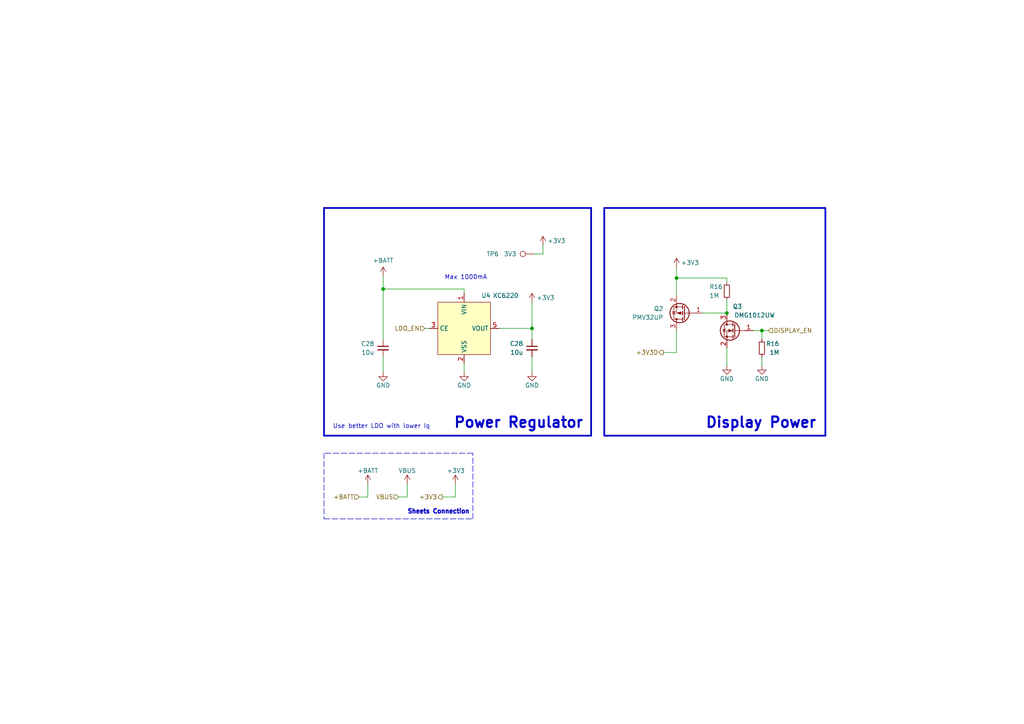
<source format=kicad_sch>
(kicad_sch (version 20230121) (generator eeschema)

  (uuid aeefe7f9-3137-4c86-87ab-dde28f417ced)

  (paper "A4")

  (title_block
    (date "2023-10-16")
    (rev "2")
  )

  (lib_symbols
    (symbol "Connector:TestPoint" (pin_numbers hide) (pin_names (offset 0.762) hide) (in_bom yes) (on_board yes)
      (property "Reference" "TP" (at 0 6.858 0)
        (effects (font (size 1.27 1.27)))
      )
      (property "Value" "TestPoint" (at 0 5.08 0)
        (effects (font (size 1.27 1.27)))
      )
      (property "Footprint" "" (at 5.08 0 0)
        (effects (font (size 1.27 1.27)) hide)
      )
      (property "Datasheet" "~" (at 5.08 0 0)
        (effects (font (size 1.27 1.27)) hide)
      )
      (property "ki_keywords" "test point tp" (at 0 0 0)
        (effects (font (size 1.27 1.27)) hide)
      )
      (property "ki_description" "test point" (at 0 0 0)
        (effects (font (size 1.27 1.27)) hide)
      )
      (property "ki_fp_filters" "Pin* Test*" (at 0 0 0)
        (effects (font (size 1.27 1.27)) hide)
      )
      (symbol "TestPoint_0_1"
        (circle (center 0 3.302) (radius 0.762)
          (stroke (width 0) (type default))
          (fill (type none))
        )
      )
      (symbol "TestPoint_1_1"
        (pin passive line (at 0 0 90) (length 2.54)
          (name "1" (effects (font (size 1.27 1.27))))
          (number "1" (effects (font (size 1.27 1.27))))
        )
      )
    )
    (symbol "Device:C_Small" (pin_numbers hide) (pin_names (offset 0.254) hide) (in_bom yes) (on_board yes)
      (property "Reference" "C" (at 0.254 1.778 0)
        (effects (font (size 1.27 1.27)) (justify left))
      )
      (property "Value" "C_Small" (at 0.254 -2.032 0)
        (effects (font (size 1.27 1.27)) (justify left))
      )
      (property "Footprint" "" (at 0 0 0)
        (effects (font (size 1.27 1.27)) hide)
      )
      (property "Datasheet" "~" (at 0 0 0)
        (effects (font (size 1.27 1.27)) hide)
      )
      (property "ki_keywords" "capacitor cap" (at 0 0 0)
        (effects (font (size 1.27 1.27)) hide)
      )
      (property "ki_description" "Unpolarized capacitor, small symbol" (at 0 0 0)
        (effects (font (size 1.27 1.27)) hide)
      )
      (property "ki_fp_filters" "C_*" (at 0 0 0)
        (effects (font (size 1.27 1.27)) hide)
      )
      (symbol "C_Small_0_1"
        (polyline
          (pts
            (xy -1.524 -0.508)
            (xy 1.524 -0.508)
          )
          (stroke (width 0.3302) (type default))
          (fill (type none))
        )
        (polyline
          (pts
            (xy -1.524 0.508)
            (xy 1.524 0.508)
          )
          (stroke (width 0.3048) (type default))
          (fill (type none))
        )
      )
      (symbol "C_Small_1_1"
        (pin passive line (at 0 2.54 270) (length 2.032)
          (name "~" (effects (font (size 1.27 1.27))))
          (number "1" (effects (font (size 1.27 1.27))))
        )
        (pin passive line (at 0 -2.54 90) (length 2.032)
          (name "~" (effects (font (size 1.27 1.27))))
          (number "2" (effects (font (size 1.27 1.27))))
        )
      )
    )
    (symbol "Device:Q_NMOS_GSD" (pin_names (offset 0) hide) (in_bom yes) (on_board yes)
      (property "Reference" "Q" (at 5.08 1.27 0)
        (effects (font (size 1.27 1.27)) (justify left))
      )
      (property "Value" "Q_NMOS_GSD" (at 5.08 -1.27 0)
        (effects (font (size 1.27 1.27)) (justify left))
      )
      (property "Footprint" "" (at 5.08 2.54 0)
        (effects (font (size 1.27 1.27)) hide)
      )
      (property "Datasheet" "~" (at 0 0 0)
        (effects (font (size 1.27 1.27)) hide)
      )
      (property "ki_keywords" "transistor NMOS N-MOS N-MOSFET" (at 0 0 0)
        (effects (font (size 1.27 1.27)) hide)
      )
      (property "ki_description" "N-MOSFET transistor, gate/source/drain" (at 0 0 0)
        (effects (font (size 1.27 1.27)) hide)
      )
      (symbol "Q_NMOS_GSD_0_1"
        (polyline
          (pts
            (xy 0.254 0)
            (xy -2.54 0)
          )
          (stroke (width 0) (type default))
          (fill (type none))
        )
        (polyline
          (pts
            (xy 0.254 1.905)
            (xy 0.254 -1.905)
          )
          (stroke (width 0.254) (type default))
          (fill (type none))
        )
        (polyline
          (pts
            (xy 0.762 -1.27)
            (xy 0.762 -2.286)
          )
          (stroke (width 0.254) (type default))
          (fill (type none))
        )
        (polyline
          (pts
            (xy 0.762 0.508)
            (xy 0.762 -0.508)
          )
          (stroke (width 0.254) (type default))
          (fill (type none))
        )
        (polyline
          (pts
            (xy 0.762 2.286)
            (xy 0.762 1.27)
          )
          (stroke (width 0.254) (type default))
          (fill (type none))
        )
        (polyline
          (pts
            (xy 2.54 2.54)
            (xy 2.54 1.778)
          )
          (stroke (width 0) (type default))
          (fill (type none))
        )
        (polyline
          (pts
            (xy 2.54 -2.54)
            (xy 2.54 0)
            (xy 0.762 0)
          )
          (stroke (width 0) (type default))
          (fill (type none))
        )
        (polyline
          (pts
            (xy 0.762 -1.778)
            (xy 3.302 -1.778)
            (xy 3.302 1.778)
            (xy 0.762 1.778)
          )
          (stroke (width 0) (type default))
          (fill (type none))
        )
        (polyline
          (pts
            (xy 1.016 0)
            (xy 2.032 0.381)
            (xy 2.032 -0.381)
            (xy 1.016 0)
          )
          (stroke (width 0) (type default))
          (fill (type outline))
        )
        (polyline
          (pts
            (xy 2.794 0.508)
            (xy 2.921 0.381)
            (xy 3.683 0.381)
            (xy 3.81 0.254)
          )
          (stroke (width 0) (type default))
          (fill (type none))
        )
        (polyline
          (pts
            (xy 3.302 0.381)
            (xy 2.921 -0.254)
            (xy 3.683 -0.254)
            (xy 3.302 0.381)
          )
          (stroke (width 0) (type default))
          (fill (type none))
        )
        (circle (center 1.651 0) (radius 2.794)
          (stroke (width 0.254) (type default))
          (fill (type none))
        )
        (circle (center 2.54 -1.778) (radius 0.254)
          (stroke (width 0) (type default))
          (fill (type outline))
        )
        (circle (center 2.54 1.778) (radius 0.254)
          (stroke (width 0) (type default))
          (fill (type outline))
        )
      )
      (symbol "Q_NMOS_GSD_1_1"
        (pin input line (at -5.08 0 0) (length 2.54)
          (name "G" (effects (font (size 1.27 1.27))))
          (number "1" (effects (font (size 1.27 1.27))))
        )
        (pin passive line (at 2.54 -5.08 90) (length 2.54)
          (name "S" (effects (font (size 1.27 1.27))))
          (number "2" (effects (font (size 1.27 1.27))))
        )
        (pin passive line (at 2.54 5.08 270) (length 2.54)
          (name "D" (effects (font (size 1.27 1.27))))
          (number "3" (effects (font (size 1.27 1.27))))
        )
      )
    )
    (symbol "Device:Q_PMOS_GSD" (pin_names (offset 0) hide) (in_bom yes) (on_board yes)
      (property "Reference" "Q" (at 5.08 1.27 0)
        (effects (font (size 1.27 1.27)) (justify left))
      )
      (property "Value" "Q_PMOS_GSD" (at 5.08 -1.27 0)
        (effects (font (size 1.27 1.27)) (justify left))
      )
      (property "Footprint" "" (at 5.08 2.54 0)
        (effects (font (size 1.27 1.27)) hide)
      )
      (property "Datasheet" "~" (at 0 0 0)
        (effects (font (size 1.27 1.27)) hide)
      )
      (property "ki_keywords" "transistor PMOS P-MOS P-MOSFET" (at 0 0 0)
        (effects (font (size 1.27 1.27)) hide)
      )
      (property "ki_description" "P-MOSFET transistor, gate/source/drain" (at 0 0 0)
        (effects (font (size 1.27 1.27)) hide)
      )
      (symbol "Q_PMOS_GSD_0_1"
        (polyline
          (pts
            (xy 0.254 0)
            (xy -2.54 0)
          )
          (stroke (width 0) (type default))
          (fill (type none))
        )
        (polyline
          (pts
            (xy 0.254 1.905)
            (xy 0.254 -1.905)
          )
          (stroke (width 0.254) (type default))
          (fill (type none))
        )
        (polyline
          (pts
            (xy 0.762 -1.27)
            (xy 0.762 -2.286)
          )
          (stroke (width 0.254) (type default))
          (fill (type none))
        )
        (polyline
          (pts
            (xy 0.762 0.508)
            (xy 0.762 -0.508)
          )
          (stroke (width 0.254) (type default))
          (fill (type none))
        )
        (polyline
          (pts
            (xy 0.762 2.286)
            (xy 0.762 1.27)
          )
          (stroke (width 0.254) (type default))
          (fill (type none))
        )
        (polyline
          (pts
            (xy 2.54 2.54)
            (xy 2.54 1.778)
          )
          (stroke (width 0) (type default))
          (fill (type none))
        )
        (polyline
          (pts
            (xy 2.54 -2.54)
            (xy 2.54 0)
            (xy 0.762 0)
          )
          (stroke (width 0) (type default))
          (fill (type none))
        )
        (polyline
          (pts
            (xy 0.762 1.778)
            (xy 3.302 1.778)
            (xy 3.302 -1.778)
            (xy 0.762 -1.778)
          )
          (stroke (width 0) (type default))
          (fill (type none))
        )
        (polyline
          (pts
            (xy 2.286 0)
            (xy 1.27 0.381)
            (xy 1.27 -0.381)
            (xy 2.286 0)
          )
          (stroke (width 0) (type default))
          (fill (type outline))
        )
        (polyline
          (pts
            (xy 2.794 -0.508)
            (xy 2.921 -0.381)
            (xy 3.683 -0.381)
            (xy 3.81 -0.254)
          )
          (stroke (width 0) (type default))
          (fill (type none))
        )
        (polyline
          (pts
            (xy 3.302 -0.381)
            (xy 2.921 0.254)
            (xy 3.683 0.254)
            (xy 3.302 -0.381)
          )
          (stroke (width 0) (type default))
          (fill (type none))
        )
        (circle (center 1.651 0) (radius 2.794)
          (stroke (width 0.254) (type default))
          (fill (type none))
        )
        (circle (center 2.54 -1.778) (radius 0.254)
          (stroke (width 0) (type default))
          (fill (type outline))
        )
        (circle (center 2.54 1.778) (radius 0.254)
          (stroke (width 0) (type default))
          (fill (type outline))
        )
      )
      (symbol "Q_PMOS_GSD_1_1"
        (pin input line (at -5.08 0 0) (length 2.54)
          (name "G" (effects (font (size 1.27 1.27))))
          (number "1" (effects (font (size 1.27 1.27))))
        )
        (pin passive line (at 2.54 -5.08 90) (length 2.54)
          (name "S" (effects (font (size 1.27 1.27))))
          (number "2" (effects (font (size 1.27 1.27))))
        )
        (pin passive line (at 2.54 5.08 270) (length 2.54)
          (name "D" (effects (font (size 1.27 1.27))))
          (number "3" (effects (font (size 1.27 1.27))))
        )
      )
    )
    (symbol "Device:R_Small" (pin_numbers hide) (pin_names (offset 0.254) hide) (in_bom yes) (on_board yes)
      (property "Reference" "R" (at 0.762 0.508 0)
        (effects (font (size 1.27 1.27)) (justify left))
      )
      (property "Value" "R_Small" (at 0.762 -1.016 0)
        (effects (font (size 1.27 1.27)) (justify left))
      )
      (property "Footprint" "" (at 0 0 0)
        (effects (font (size 1.27 1.27)) hide)
      )
      (property "Datasheet" "~" (at 0 0 0)
        (effects (font (size 1.27 1.27)) hide)
      )
      (property "ki_keywords" "R resistor" (at 0 0 0)
        (effects (font (size 1.27 1.27)) hide)
      )
      (property "ki_description" "Resistor, small symbol" (at 0 0 0)
        (effects (font (size 1.27 1.27)) hide)
      )
      (property "ki_fp_filters" "R_*" (at 0 0 0)
        (effects (font (size 1.27 1.27)) hide)
      )
      (symbol "R_Small_0_1"
        (rectangle (start -0.762 1.778) (end 0.762 -1.778)
          (stroke (width 0.2032) (type default))
          (fill (type none))
        )
      )
      (symbol "R_Small_1_1"
        (pin passive line (at 0 2.54 270) (length 0.762)
          (name "~" (effects (font (size 1.27 1.27))))
          (number "1" (effects (font (size 1.27 1.27))))
        )
        (pin passive line (at 0 -2.54 90) (length 0.762)
          (name "~" (effects (font (size 1.27 1.27))))
          (number "2" (effects (font (size 1.27 1.27))))
        )
      )
    )
    (symbol "Teapot:XC6220" (in_bom yes) (on_board yes)
      (property "Reference" "U" (at 7.62 1.27 0)
        (effects (font (size 1.27 1.27)))
      )
      (property "Value" "XC6220" (at -8.89 1.27 0)
        (effects (font (size 1.27 1.27)))
      )
      (property "Footprint" "Package_TO_SOT_SMD:SOT-23-5_HandSoldering" (at 0 -29.21 0)
        (effects (font (size 1.27 1.27)) hide)
      )
      (property "Datasheet" "https://www.torexsemi.com/file/xc6220/XC6220.pdf" (at 0 -31.75 0)
        (effects (font (size 1.27 1.27)) hide)
      )
      (property "ki_description" "1A LDO Voltage Regulator with “Green Operation\"" (at 0 0 0)
        (effects (font (size 1.27 1.27)) hide)
      )
      (symbol "XC6220_0_1"
        (rectangle (start -7.62 0) (end 7.62 -15.24)
          (stroke (width 0) (type default))
          (fill (type background))
        )
      )
      (symbol "XC6220_1_1"
        (pin power_in line (at 0 2.54 270) (length 2.54)
          (name "VIN" (effects (font (size 1.27 1.27))))
          (number "1" (effects (font (size 1.27 1.27))))
        )
        (pin power_in line (at 0 -17.78 90) (length 2.54)
          (name "VSS" (effects (font (size 1.27 1.27))))
          (number "2" (effects (font (size 1.27 1.27))))
        )
        (pin input line (at -10.16 -7.62 0) (length 2.54)
          (name "CE" (effects (font (size 1.27 1.27))))
          (number "3" (effects (font (size 1.27 1.27))))
        )
        (pin power_out line (at 10.16 -7.62 180) (length 2.54)
          (name "VOUT" (effects (font (size 1.27 1.27))))
          (number "5" (effects (font (size 1.27 1.27))))
        )
      )
    )
    (symbol "power:+3V3" (power) (pin_names (offset 0)) (in_bom yes) (on_board yes)
      (property "Reference" "#PWR" (at 0 -3.81 0)
        (effects (font (size 1.27 1.27)) hide)
      )
      (property "Value" "+3V3" (at 0 3.556 0)
        (effects (font (size 1.27 1.27)))
      )
      (property "Footprint" "" (at 0 0 0)
        (effects (font (size 1.27 1.27)) hide)
      )
      (property "Datasheet" "" (at 0 0 0)
        (effects (font (size 1.27 1.27)) hide)
      )
      (property "ki_keywords" "power-flag" (at 0 0 0)
        (effects (font (size 1.27 1.27)) hide)
      )
      (property "ki_description" "Power symbol creates a global label with name \"+3V3\"" (at 0 0 0)
        (effects (font (size 1.27 1.27)) hide)
      )
      (symbol "+3V3_0_1"
        (polyline
          (pts
            (xy -0.762 1.27)
            (xy 0 2.54)
          )
          (stroke (width 0) (type default))
          (fill (type none))
        )
        (polyline
          (pts
            (xy 0 0)
            (xy 0 2.54)
          )
          (stroke (width 0) (type default))
          (fill (type none))
        )
        (polyline
          (pts
            (xy 0 2.54)
            (xy 0.762 1.27)
          )
          (stroke (width 0) (type default))
          (fill (type none))
        )
      )
      (symbol "+3V3_1_1"
        (pin power_in line (at 0 0 90) (length 0) hide
          (name "+3V3" (effects (font (size 1.27 1.27))))
          (number "1" (effects (font (size 1.27 1.27))))
        )
      )
    )
    (symbol "power:+BATT" (power) (pin_names (offset 0)) (in_bom yes) (on_board yes)
      (property "Reference" "#PWR" (at 0 -3.81 0)
        (effects (font (size 1.27 1.27)) hide)
      )
      (property "Value" "+BATT" (at 0 3.556 0)
        (effects (font (size 1.27 1.27)))
      )
      (property "Footprint" "" (at 0 0 0)
        (effects (font (size 1.27 1.27)) hide)
      )
      (property "Datasheet" "" (at 0 0 0)
        (effects (font (size 1.27 1.27)) hide)
      )
      (property "ki_keywords" "power-flag battery" (at 0 0 0)
        (effects (font (size 1.27 1.27)) hide)
      )
      (property "ki_description" "Power symbol creates a global label with name \"+BATT\"" (at 0 0 0)
        (effects (font (size 1.27 1.27)) hide)
      )
      (symbol "+BATT_0_1"
        (polyline
          (pts
            (xy -0.762 1.27)
            (xy 0 2.54)
          )
          (stroke (width 0) (type default))
          (fill (type none))
        )
        (polyline
          (pts
            (xy 0 0)
            (xy 0 2.54)
          )
          (stroke (width 0) (type default))
          (fill (type none))
        )
        (polyline
          (pts
            (xy 0 2.54)
            (xy 0.762 1.27)
          )
          (stroke (width 0) (type default))
          (fill (type none))
        )
      )
      (symbol "+BATT_1_1"
        (pin power_in line (at 0 0 90) (length 0) hide
          (name "+BATT" (effects (font (size 1.27 1.27))))
          (number "1" (effects (font (size 1.27 1.27))))
        )
      )
    )
    (symbol "power:GND" (power) (pin_names (offset 0)) (in_bom yes) (on_board yes)
      (property "Reference" "#PWR" (at 0 -6.35 0)
        (effects (font (size 1.27 1.27)) hide)
      )
      (property "Value" "GND" (at 0 -3.81 0)
        (effects (font (size 1.27 1.27)))
      )
      (property "Footprint" "" (at 0 0 0)
        (effects (font (size 1.27 1.27)) hide)
      )
      (property "Datasheet" "" (at 0 0 0)
        (effects (font (size 1.27 1.27)) hide)
      )
      (property "ki_keywords" "power-flag" (at 0 0 0)
        (effects (font (size 1.27 1.27)) hide)
      )
      (property "ki_description" "Power symbol creates a global label with name \"GND\" , ground" (at 0 0 0)
        (effects (font (size 1.27 1.27)) hide)
      )
      (symbol "GND_0_1"
        (polyline
          (pts
            (xy 0 0)
            (xy 0 -1.27)
            (xy 1.27 -1.27)
            (xy 0 -2.54)
            (xy -1.27 -1.27)
            (xy 0 -1.27)
          )
          (stroke (width 0) (type default))
          (fill (type none))
        )
      )
      (symbol "GND_1_1"
        (pin power_in line (at 0 0 270) (length 0) hide
          (name "GND" (effects (font (size 1.27 1.27))))
          (number "1" (effects (font (size 1.27 1.27))))
        )
      )
    )
    (symbol "power:VBUS" (power) (pin_names (offset 0)) (in_bom yes) (on_board yes)
      (property "Reference" "#PWR" (at 0 -3.81 0)
        (effects (font (size 1.27 1.27)) hide)
      )
      (property "Value" "VBUS" (at 0 3.81 0)
        (effects (font (size 1.27 1.27)))
      )
      (property "Footprint" "" (at 0 0 0)
        (effects (font (size 1.27 1.27)) hide)
      )
      (property "Datasheet" "" (at 0 0 0)
        (effects (font (size 1.27 1.27)) hide)
      )
      (property "ki_keywords" "power-flag" (at 0 0 0)
        (effects (font (size 1.27 1.27)) hide)
      )
      (property "ki_description" "Power symbol creates a global label with name \"VBUS\"" (at 0 0 0)
        (effects (font (size 1.27 1.27)) hide)
      )
      (symbol "VBUS_0_1"
        (polyline
          (pts
            (xy -0.762 1.27)
            (xy 0 2.54)
          )
          (stroke (width 0) (type default))
          (fill (type none))
        )
        (polyline
          (pts
            (xy 0 0)
            (xy 0 2.54)
          )
          (stroke (width 0) (type default))
          (fill (type none))
        )
        (polyline
          (pts
            (xy 0 2.54)
            (xy 0.762 1.27)
          )
          (stroke (width 0) (type default))
          (fill (type none))
        )
      )
      (symbol "VBUS_1_1"
        (pin power_in line (at 0 0 90) (length 0) hide
          (name "VBUS" (effects (font (size 1.27 1.27))))
          (number "1" (effects (font (size 1.27 1.27))))
        )
      )
    )
  )

  (junction (at 220.98 95.885) (diameter 0) (color 0 0 0 0)
    (uuid 198f097b-f77d-43d2-83f3-2b7531e62cf9)
  )
  (junction (at 111.125 83.82) (diameter 0) (color 0 0 0 0)
    (uuid 2754c9c2-bf8d-4321-a25d-b4414b717675)
  )
  (junction (at 196.215 80.645) (diameter 0) (color 0 0 0 0)
    (uuid 69eb8439-f2f4-4edc-94ed-c1124d83daf7)
  )
  (junction (at 154.305 95.25) (diameter 0) (color 0 0 0 0)
    (uuid cd96094d-ec27-441b-858f-2f2af605bf6a)
  )
  (junction (at 210.82 90.805) (diameter 0) (color 0 0 0 0)
    (uuid d676fae8-096d-4ab0-b3a0-f175ae55407e)
  )

  (wire (pts (xy 154.305 95.25) (xy 154.305 98.425))
    (stroke (width 0) (type default))
    (uuid 05987739-318d-4b44-b918-177f5c62fc07)
  )
  (wire (pts (xy 210.82 100.965) (xy 210.82 106.045))
    (stroke (width 0) (type default))
    (uuid 05ec6b1d-64cb-47fa-aff1-a0f3e3a033a3)
  )
  (wire (pts (xy 111.125 83.82) (xy 134.62 83.82))
    (stroke (width 0) (type default))
    (uuid 09229be4-25ef-42bd-b94e-0a94aafab135)
  )
  (wire (pts (xy 132.08 140.335) (xy 132.08 144.145))
    (stroke (width 0) (type default))
    (uuid 130aad9d-d86f-475b-897c-380b3a6a711c)
  )
  (wire (pts (xy 118.11 140.335) (xy 118.11 144.145))
    (stroke (width 0) (type default))
    (uuid 18c6ac36-e7b6-4d71-b09a-5a33b16fc059)
  )
  (wire (pts (xy 132.08 144.145) (xy 128.27 144.145))
    (stroke (width 0) (type default))
    (uuid 212c214d-1fb1-480d-943a-55b126024931)
  )
  (wire (pts (xy 111.125 83.82) (xy 111.125 98.425))
    (stroke (width 0) (type default))
    (uuid 27009c4e-a8dc-4910-aa70-0d4737a60518)
  )
  (wire (pts (xy 154.305 103.505) (xy 154.305 107.95))
    (stroke (width 0) (type default))
    (uuid 30014a95-2eba-496c-b218-6f4f57fbd58f)
  )
  (polyline (pts (xy 93.98 60.325) (xy 93.98 126.365))
    (stroke (width 0.5) (type default))
    (uuid 3216581b-0bec-4847-af6d-6919dbc688d8)
  )

  (wire (pts (xy 196.215 77.47) (xy 196.215 80.645))
    (stroke (width 0) (type default))
    (uuid 3bd5cdee-b386-4df6-8898-0b7d799ba082)
  )
  (wire (pts (xy 157.48 73.66) (xy 157.48 71.12))
    (stroke (width 0) (type default))
    (uuid 3e50a8e9-e444-4cd1-9111-eeb0d95d2bc0)
  )
  (wire (pts (xy 196.215 95.885) (xy 196.215 102.235))
    (stroke (width 0) (type default))
    (uuid 48732807-0d28-46e9-b30c-f0306d010c5c)
  )
  (wire (pts (xy 210.82 86.995) (xy 210.82 90.805))
    (stroke (width 0) (type default))
    (uuid 4cad59a1-8f6d-4576-9b71-6fa16bc3d87f)
  )
  (wire (pts (xy 220.98 95.885) (xy 220.98 98.425))
    (stroke (width 0) (type default))
    (uuid 4e21ad3c-3d03-438c-ba53-5c6b5657cd1b)
  )
  (wire (pts (xy 118.11 144.145) (xy 115.57 144.145))
    (stroke (width 0) (type default))
    (uuid 50d7bbab-9e66-4822-a463-42cca6107017)
  )
  (wire (pts (xy 218.44 95.885) (xy 220.98 95.885))
    (stroke (width 0) (type default))
    (uuid 5fc6b421-c1c1-4f8e-9881-3e0d5b2f391d)
  )
  (wire (pts (xy 203.835 90.805) (xy 210.82 90.805))
    (stroke (width 0) (type default))
    (uuid 6dd04d4e-ab77-461f-9e5d-bba00bcf71a0)
  )
  (wire (pts (xy 220.98 95.885) (xy 222.885 95.885))
    (stroke (width 0) (type default))
    (uuid 797e3196-d346-4d42-9b69-4af7a933beab)
  )
  (wire (pts (xy 134.62 105.41) (xy 134.62 107.95))
    (stroke (width 0) (type default))
    (uuid 7b691d54-182e-4934-8a21-8b9ca9ea2fab)
  )
  (wire (pts (xy 144.78 95.25) (xy 154.305 95.25))
    (stroke (width 0) (type default))
    (uuid 82cebca7-4309-4c04-bbc4-0dcd762bc03d)
  )
  (wire (pts (xy 111.125 80.01) (xy 111.125 83.82))
    (stroke (width 0) (type default))
    (uuid 8986499b-0ed9-490c-85e9-ce307543d7be)
  )
  (wire (pts (xy 210.82 80.645) (xy 196.215 80.645))
    (stroke (width 0) (type default))
    (uuid 8b3234f5-f043-4f3c-bc80-7812d1cb3062)
  )
  (wire (pts (xy 154.305 87.63) (xy 154.305 95.25))
    (stroke (width 0) (type default))
    (uuid 9674c34a-8f98-484e-b329-09bd26e53499)
  )
  (wire (pts (xy 106.68 140.335) (xy 106.68 144.145))
    (stroke (width 0) (type default))
    (uuid 97aa673a-bd4a-4e08-8c48-53ddc26c260f)
  )
  (polyline (pts (xy 93.98 60.325) (xy 171.45 60.325))
    (stroke (width 0.5) (type default))
    (uuid 997571c0-0f5f-4b49-9db3-c73895a6b4fc)
  )

  (wire (pts (xy 210.82 81.915) (xy 210.82 80.645))
    (stroke (width 0) (type default))
    (uuid 9f8d80a9-f02e-4dc1-8d10-e61ffae6d136)
  )
  (polyline (pts (xy 137.16 150.495) (xy 137.16 131.445))
    (stroke (width 0) (type dash))
    (uuid a69945db-ef57-4639-8141-f083897c8c0d)
  )

  (wire (pts (xy 154.94 73.66) (xy 157.48 73.66))
    (stroke (width 0) (type default))
    (uuid a72f419c-ff4a-4e6b-b9d5-84ded2953242)
  )
  (wire (pts (xy 220.98 103.505) (xy 220.98 106.045))
    (stroke (width 0) (type default))
    (uuid a9b007d3-8636-4686-86d0-0653e6d2f78c)
  )
  (polyline (pts (xy 171.45 126.365) (xy 93.98 126.365))
    (stroke (width 0.5) (type default))
    (uuid b9961073-63dd-48f5-a0fc-0a5d7fe49ce2)
  )

  (wire (pts (xy 106.68 144.145) (xy 104.14 144.145))
    (stroke (width 0) (type default))
    (uuid bc178287-0226-4493-86ee-48022484f640)
  )
  (polyline (pts (xy 137.16 131.445) (xy 93.98 131.445))
    (stroke (width 0) (type dash))
    (uuid caacaeca-07e0-48fc-8dbb-2a4bf5917fe2)
  )

  (wire (pts (xy 123.19 95.25) (xy 124.46 95.25))
    (stroke (width 0) (type default))
    (uuid d4d5e211-9162-4766-9bbf-03fe8e5a3aca)
  )
  (wire (pts (xy 196.215 102.235) (xy 192.405 102.235))
    (stroke (width 0) (type default))
    (uuid d5da437b-4cf6-42fb-bbc9-4e8df3996643)
  )
  (wire (pts (xy 134.62 83.82) (xy 134.62 85.09))
    (stroke (width 0) (type default))
    (uuid d7407844-8e97-4641-8d2f-bb173b9af525)
  )
  (polyline (pts (xy 93.98 150.495) (xy 137.16 150.495))
    (stroke (width 0) (type dash))
    (uuid dd5c5227-0f8e-4dd5-acdc-a906f265d66f)
  )
  (polyline (pts (xy 93.98 131.445) (xy 93.98 150.495))
    (stroke (width 0) (type dash))
    (uuid e3aef714-7db6-443e-a7a3-7cc82e45eae6)
  )
  (polyline (pts (xy 171.45 60.325) (xy 171.45 126.365))
    (stroke (width 0.5) (type default))
    (uuid eb866b40-2833-45cb-9784-798a8de4abe3)
  )

  (wire (pts (xy 111.125 103.505) (xy 111.125 107.95))
    (stroke (width 0) (type default))
    (uuid ee0ec787-3929-4a13-a952-ff42d3848ff3)
  )
  (wire (pts (xy 196.215 80.645) (xy 196.215 85.725))
    (stroke (width 0) (type default))
    (uuid f341582b-1c49-497b-82e0-d7211806490f)
  )

  (rectangle (start 175.26 60.325) (end 239.395 126.365)
    (stroke (width 0.5) (type default))
    (fill (type none))
    (uuid 7f8966e9-98ee-48c4-b93e-838a2b4570ed)
  )

  (text "Use better LDO with lower Iq" (at 96.52 124.46 0)
    (effects (font (size 1.27 1.27)) (justify left bottom))
    (uuid 15417723-0493-4920-bea3-3b87d22f2f63)
  )
  (text "Max 1000mA" (at 128.905 81.28 0)
    (effects (font (size 1.27 1.27)) (justify left bottom))
    (uuid 265b2e14-1362-48f5-bd64-c64486414565)
  )
  (text "Display Power" (at 204.47 124.46 0)
    (effects (font (size 3 3) (thickness 0.6) bold) (justify left bottom))
    (uuid 7cbd7bc9-c8aa-4e52-bbe1-901aff011d38)
  )
  (text "Sheets Connection" (at 118.11 149.225 0)
    (effects (font (size 1.27 1.27) (thickness 0.6) bold) (justify left bottom))
    (uuid b745de75-bbb9-4750-b527-d649e3aec5ec)
  )
  (text "Power Regulator" (at 131.445 124.46 0)
    (effects (font (size 3 3) (thickness 0.6) bold) (justify left bottom))
    (uuid bc4b7f5d-a26c-42ee-9e76-dcbf579e19d6)
  )

  (hierarchical_label "+3V3D" (shape output) (at 192.405 102.235 180) (fields_autoplaced)
    (effects (font (size 1.27 1.27)) (justify right))
    (uuid 2615b250-dec9-431c-845f-5d7eb31ec838)
  )
  (hierarchical_label "DISPLAY_EN" (shape input) (at 222.885 95.885 0) (fields_autoplaced)
    (effects (font (size 1.27 1.27)) (justify left))
    (uuid 3deead6c-c3ae-4bf2-812b-f08242571f31)
  )
  (hierarchical_label "+3V3" (shape output) (at 128.27 144.145 180) (fields_autoplaced)
    (effects (font (size 1.27 1.27)) (justify right))
    (uuid 86609376-fafe-4da4-a7ee-f5b48cf4ba5a)
  )
  (hierarchical_label "LDO_EN" (shape input) (at 123.19 95.25 180) (fields_autoplaced)
    (effects (font (size 1.27 1.27)) (justify right))
    (uuid d027e08e-84e8-4d22-a632-b34177c6e7ea)
  )
  (hierarchical_label "+BATT" (shape input) (at 104.14 144.145 180) (fields_autoplaced)
    (effects (font (size 1.27 1.27)) (justify right))
    (uuid fa5e65a0-08a6-48f6-ad7f-5c203e6d88e4)
  )
  (hierarchical_label "VBUS" (shape input) (at 115.57 144.145 180) (fields_autoplaced)
    (effects (font (size 1.27 1.27)) (justify right))
    (uuid faf8b86f-e84b-46af-9cd4-b2876ee71a38)
  )

  (symbol (lib_id "power:GND") (at 111.125 107.95 0) (unit 1)
    (in_bom yes) (on_board yes) (dnp no)
    (uuid 1151f414-64df-45ba-82c9-443420447010)
    (property "Reference" "#PWR045" (at 111.125 114.3 0)
      (effects (font (size 1.27 1.27)) hide)
    )
    (property "Value" "GND" (at 111.125 111.76 0)
      (effects (font (size 1.27 1.27)))
    )
    (property "Footprint" "" (at 111.125 107.95 0)
      (effects (font (size 1.27 1.27)) hide)
    )
    (property "Datasheet" "" (at 111.125 107.95 0)
      (effects (font (size 1.27 1.27)) hide)
    )
    (pin "1" (uuid 882208e6-7dda-4ea9-b430-2ed4053391fa))
    (instances
      (project "plantpal"
        (path "/59b4123e-c7be-466b-a5db-658b8f0c1171"
          (reference "#PWR045") (unit 1)
        )
        (path "/59b4123e-c7be-466b-a5db-658b8f0c1171/0bc89df9-c404-42cc-aab4-4237df7294d4"
          (reference "#PWR069") (unit 1)
        )
      )
      (project "bwlr1e"
        (path "/630c8da6-5464-4eef-824d-89618087f4b4"
          (reference "#PWR0117") (unit 1)
        )
      )
    )
  )

  (symbol (lib_id "power:+BATT") (at 106.68 140.335 0) (unit 1)
    (in_bom yes) (on_board yes) (dnp no)
    (uuid 13154fc1-c690-43c0-9005-75062363d8f6)
    (property "Reference" "#PWR070" (at 106.68 144.145 0)
      (effects (font (size 1.27 1.27)) hide)
    )
    (property "Value" "+BATT" (at 106.68 136.525 0)
      (effects (font (size 1.27 1.27)))
    )
    (property "Footprint" "" (at 106.68 140.335 0)
      (effects (font (size 1.27 1.27)) hide)
    )
    (property "Datasheet" "" (at 106.68 140.335 0)
      (effects (font (size 1.27 1.27)) hide)
    )
    (pin "1" (uuid dae7b505-6a3e-4eeb-a3f9-2039a6ba4fd3))
    (instances
      (project "plantpal"
        (path "/59b4123e-c7be-466b-a5db-658b8f0c1171"
          (reference "#PWR070") (unit 1)
        )
        (path "/59b4123e-c7be-466b-a5db-658b8f0c1171/7fda2409-1758-4461-822b-801ba75fe202"
          (reference "#PWR019") (unit 1)
        )
        (path "/59b4123e-c7be-466b-a5db-658b8f0c1171/0bc89df9-c404-42cc-aab4-4237df7294d4"
          (reference "#PWR060") (unit 1)
        )
      )
      (project "bwlr1e-prog"
        (path "/630c8da6-5464-4eef-824d-89618087f4b4"
          (reference "#PWR018") (unit 1)
        )
      )
      (project "feather_rak3172"
        (path "/a1545928-1195-40b9-b3c4-78f837012afb"
          (reference "#PWR0131") (unit 1)
        )
      )
    )
  )

  (symbol (lib_id "Device:R_Small") (at 210.82 84.455 0) (unit 1)
    (in_bom yes) (on_board yes) (dnp no)
    (uuid 13e7ab0e-f1f2-4873-975b-5d4298145d93)
    (property "Reference" "R16" (at 205.74 83.185 0)
      (effects (font (size 1.27 1.27)) (justify left))
    )
    (property "Value" "1M" (at 205.74 85.725 0)
      (effects (font (size 1.27 1.27)) (justify left))
    )
    (property "Footprint" "Resistor_SMD:R_0402_1005Metric" (at 210.82 84.455 0)
      (effects (font (size 1.27 1.27)) hide)
    )
    (property "Datasheet" "https://datasheet.lcsc.com/lcsc/2206010030_UNI-ROYAL-Uniroyal-Elec-0402WGF1004TCE_C26083.pdf" (at 210.82 84.455 0)
      (effects (font (size 1.27 1.27)) hide)
    )
    (property "Part Description" "Resistor 62.5mW ±1% 1MΩ" (at 210.82 84.455 0)
      (effects (font (size 1.27 1.27)) hide)
    )
    (property "Manufacturer" "UNI-ROYAL(Uniroyal Elec)" (at 210.82 84.455 0)
      (effects (font (size 1.27 1.27)) hide)
    )
    (property "Manufacturer Part Number" "0402WGF1004TCE" (at 210.82 84.455 0)
      (effects (font (size 1.27 1.27)) hide)
    )
    (property "Distributor" "LCSC" (at 210.82 84.455 0)
      (effects (font (size 1.27 1.27)) hide)
    )
    (property "Distributor Part Number" "C26083" (at 210.82 84.455 0)
      (effects (font (size 1.27 1.27)) hide)
    )
    (property "Distributor Link" "https://www.lcsc.com/product-detail/Chip-Resistor-Surface-Mount_UNI-ROYAL-Uniroyal-Elec-0402WGF1004TCE_C26083.html" (at 210.82 84.455 0)
      (effects (font (size 1.27 1.27)) hide)
    )
    (pin "1" (uuid 595cd5f8-59c2-47ef-a171-fffb5c03f475))
    (pin "2" (uuid f035ba17-43e9-4d42-97bc-e86c3272eb25))
    (instances
      (project "plantpal"
        (path "/59b4123e-c7be-466b-a5db-658b8f0c1171"
          (reference "R16") (unit 1)
        )
        (path "/59b4123e-c7be-466b-a5db-658b8f0c1171/943ab7c0-d00c-4ea0-8716-990ca6b0cb6f"
          (reference "R5") (unit 1)
        )
        (path "/59b4123e-c7be-466b-a5db-658b8f0c1171/416559aa-55f3-4db2-bf13-04c2bb6b0caa"
          (reference "R22") (unit 1)
        )
        (path "/59b4123e-c7be-466b-a5db-658b8f0c1171/0bc89df9-c404-42cc-aab4-4237df7294d4"
          (reference "R28") (unit 1)
        )
      )
      (project "bwlr1e"
        (path "/630c8da6-5464-4eef-824d-89618087f4b4"
          (reference "R8") (unit 1)
        )
      )
    )
  )

  (symbol (lib_id "power:+3V3") (at 157.48 71.12 0) (mirror y) (unit 1)
    (in_bom yes) (on_board yes) (dnp no)
    (uuid 144c7186-8ee6-4108-8eae-65bf2fcd7e33)
    (property "Reference" "#PWR049" (at 157.48 74.93 0)
      (effects (font (size 1.27 1.27)) hide)
    )
    (property "Value" "+3V3" (at 158.75 69.85 0)
      (effects (font (size 1.27 1.27)) (justify right))
    )
    (property "Footprint" "" (at 157.48 71.12 0)
      (effects (font (size 1.27 1.27)) hide)
    )
    (property "Datasheet" "" (at 157.48 71.12 0)
      (effects (font (size 1.27 1.27)) hide)
    )
    (pin "1" (uuid aea37a44-818d-4f9e-a008-06c3a74bb923))
    (instances
      (project "plantpal"
        (path "/59b4123e-c7be-466b-a5db-658b8f0c1171"
          (reference "#PWR049") (unit 1)
        )
        (path "/59b4123e-c7be-466b-a5db-658b8f0c1171/0bc89df9-c404-42cc-aab4-4237df7294d4"
          (reference "#PWR073") (unit 1)
        )
      )
      (project "bwlr1e"
        (path "/630c8da6-5464-4eef-824d-89618087f4b4"
          (reference "#PWR0134") (unit 1)
        )
      )
    )
  )

  (symbol (lib_id "Device:Q_PMOS_GSD") (at 198.755 90.805 180) (unit 1)
    (in_bom yes) (on_board yes) (dnp no) (fields_autoplaced)
    (uuid 17abdd12-b09b-4888-8dc7-3734dc3100ce)
    (property "Reference" "Q2" (at 192.405 89.5349 0)
      (effects (font (size 1.27 1.27)) (justify left))
    )
    (property "Value" "PMV32UP" (at 192.405 92.0749 0)
      (effects (font (size 1.27 1.27)) (justify left))
    )
    (property "Footprint" "Package_TO_SOT_SMD:SOT-23" (at 193.675 93.345 0)
      (effects (font (size 1.27 1.27)) hide)
    )
    (property "Datasheet" "https://datasheet.lcsc.com/lcsc/2201211500_TECH-PUBLIC-PMV32UP_C2959851.pdf" (at 198.755 90.805 0)
      (effects (font (size 1.27 1.27)) hide)
    )
    (property "Part Description" "MOSFET P Channel 20V 4A 52mΩ@4.5V" (at 198.755 90.805 0)
      (effects (font (size 1.27 1.27)) hide)
    )
    (property "Manufacturer" "TECH PUBLIC" (at 198.755 90.805 0)
      (effects (font (size 1.27 1.27)) hide)
    )
    (property "Manufacturer Part Number" "PMV32UP" (at 198.755 90.805 0)
      (effects (font (size 1.27 1.27)) hide)
    )
    (property "Distributor" "LCSC" (at 198.755 90.805 0)
      (effects (font (size 1.27 1.27)) hide)
    )
    (property "Distributor Part Number" "C2959851" (at 198.755 90.805 0)
      (effects (font (size 1.27 1.27)) hide)
    )
    (property "Distributor Link" "https://www.lcsc.com/product-detail/MOSFETs_TECH-PUBLIC-PMV32UP_C2959851.html" (at 198.755 90.805 0)
      (effects (font (size 1.27 1.27)) hide)
    )
    (pin "1" (uuid 0c9d1907-e687-411c-85f3-44200475336f))
    (pin "2" (uuid b468dff5-7457-4ba3-9586-9b0b9d448e43))
    (pin "3" (uuid 0e6749d9-ed53-49af-bdb6-53852a71d84f))
    (instances
      (project "plantpal"
        (path "/59b4123e-c7be-466b-a5db-658b8f0c1171"
          (reference "Q2") (unit 1)
        )
        (path "/59b4123e-c7be-466b-a5db-658b8f0c1171/416559aa-55f3-4db2-bf13-04c2bb6b0caa"
          (reference "Q4") (unit 1)
        )
        (path "/59b4123e-c7be-466b-a5db-658b8f0c1171/0bc89df9-c404-42cc-aab4-4237df7294d4"
          (reference "Q8") (unit 1)
        )
      )
      (project "bwlr3d"
        (path "/630c8da6-5464-4eef-824d-89618087f4b4"
          (reference "Q3") (unit 1)
        )
      )
    )
  )

  (symbol (lib_id "power:VBUS") (at 118.11 140.335 0) (unit 1)
    (in_bom yes) (on_board yes) (dnp no)
    (uuid 20a8549f-b3b1-4468-bb3e-4132c871e8e8)
    (property "Reference" "#PWR073" (at 118.11 144.145 0)
      (effects (font (size 1.27 1.27)) hide)
    )
    (property "Value" "VBUS" (at 118.11 136.525 0)
      (effects (font (size 1.27 1.27)))
    )
    (property "Footprint" "" (at 118.11 140.335 0)
      (effects (font (size 1.27 1.27)) hide)
    )
    (property "Datasheet" "" (at 118.11 140.335 0)
      (effects (font (size 1.27 1.27)) hide)
    )
    (pin "1" (uuid 7f5038d3-bce2-4d99-b63b-e0e6f4021b51))
    (instances
      (project "plantpal"
        (path "/59b4123e-c7be-466b-a5db-658b8f0c1171"
          (reference "#PWR073") (unit 1)
        )
        (path "/59b4123e-c7be-466b-a5db-658b8f0c1171/0bc89df9-c404-42cc-aab4-4237df7294d4"
          (reference "#PWR061") (unit 1)
        )
      )
      (project "bwlr1e-prog"
        (path "/630c8da6-5464-4eef-824d-89618087f4b4"
          (reference "#PWR014") (unit 1)
        )
      )
      (project "Penguino-STM32WL-LoRa-E5"
        (path "/c338af29-f8d9-4513-836a-55ed8bfc47d3"
          (reference "#PWR0105") (unit 1)
        )
      )
    )
  )

  (symbol (lib_id "power:GND") (at 154.305 107.95 0) (unit 1)
    (in_bom yes) (on_board yes) (dnp no)
    (uuid 5484f26c-677f-4baf-a9e2-41f61359f313)
    (property "Reference" "#PWR048" (at 154.305 114.3 0)
      (effects (font (size 1.27 1.27)) hide)
    )
    (property "Value" "GND" (at 154.305 111.76 0)
      (effects (font (size 1.27 1.27)))
    )
    (property "Footprint" "" (at 154.305 107.95 0)
      (effects (font (size 1.27 1.27)) hide)
    )
    (property "Datasheet" "" (at 154.305 107.95 0)
      (effects (font (size 1.27 1.27)) hide)
    )
    (pin "1" (uuid 747b9bb6-c189-47fd-872c-aca62f6c6fd4))
    (instances
      (project "plantpal"
        (path "/59b4123e-c7be-466b-a5db-658b8f0c1171"
          (reference "#PWR048") (unit 1)
        )
        (path "/59b4123e-c7be-466b-a5db-658b8f0c1171/0bc89df9-c404-42cc-aab4-4237df7294d4"
          (reference "#PWR072") (unit 1)
        )
      )
      (project "bwlr1e"
        (path "/630c8da6-5464-4eef-824d-89618087f4b4"
          (reference "#PWR0133") (unit 1)
        )
      )
    )
  )

  (symbol (lib_id "Device:C_Small") (at 111.125 100.965 0) (mirror y) (unit 1)
    (in_bom yes) (on_board yes) (dnp no)
    (uuid 593a8848-95a2-4c95-aeb4-c9d80781c0de)
    (property "Reference" "C28" (at 108.585 99.7012 0)
      (effects (font (size 1.27 1.27)) (justify left))
    )
    (property "Value" "10u" (at 108.585 102.2412 0)
      (effects (font (size 1.27 1.27)) (justify left))
    )
    (property "Footprint" "Capacitor_SMD:C_0603_1608Metric" (at 111.125 100.965 0)
      (effects (font (size 1.27 1.27)) hide)
    )
    (property "Datasheet" "https://datasheet.lcsc.com/lcsc/2304140030_Samsung-Electro-Mechanics-CL10A106KP8NNNC_C19702.pdf" (at 111.125 100.965 0)
      (effects (font (size 1.27 1.27)) hide)
    )
    (property "Part Description" "Ceramic Capacitor 10V 10uF X5R ±10% 0603" (at 111.125 100.965 0)
      (effects (font (size 1.27 1.27)) hide)
    )
    (property "Manufacturer" "Samsung Electro-Mechanics" (at 111.125 100.965 0)
      (effects (font (size 1.27 1.27)) hide)
    )
    (property "Manufacturer Part Number" "CL10A106KP8NNNC" (at 111.125 100.965 0)
      (effects (font (size 1.27 1.27)) hide)
    )
    (property "Distributor" "LCSC" (at 111.125 100.965 0)
      (effects (font (size 1.27 1.27)) hide)
    )
    (property "Distributor Part Number" "C19702" (at 111.125 100.965 0)
      (effects (font (size 1.27 1.27)) hide)
    )
    (property "Distributor Link" "https://www.lcsc.com/product-detail/Multilayer-Ceramic-Capacitors-MLCC-SMD-SMT_Samsung-Electro-Mechanics-CL10A106KP8NNNC_C19702.html" (at 111.125 100.965 0)
      (effects (font (size 1.27 1.27)) hide)
    )
    (pin "1" (uuid 4004b3c0-8bfc-4230-89f3-4caad16d746c))
    (pin "2" (uuid 8ad0e7aa-7204-41cd-a6ff-bf461003a517))
    (instances
      (project "plantpal"
        (path "/59b4123e-c7be-466b-a5db-658b8f0c1171"
          (reference "C28") (unit 1)
        )
        (path "/59b4123e-c7be-466b-a5db-658b8f0c1171/7fda2409-1758-4461-822b-801ba75fe202"
          (reference "C19") (unit 1)
        )
        (path "/59b4123e-c7be-466b-a5db-658b8f0c1171/0bc89df9-c404-42cc-aab4-4237df7294d4"
          (reference "C25") (unit 1)
        )
      )
      (project "bwlr1e-prog"
        (path "/630c8da6-5464-4eef-824d-89618087f4b4"
          (reference "C3") (unit 1)
        )
      )
      (project "feather_rak3172"
        (path "/a1545928-1195-40b9-b3c4-78f837012afb"
          (reference "C6") (unit 1)
        )
      )
    )
  )

  (symbol (lib_id "Connector:TestPoint") (at 154.94 73.66 90) (unit 1)
    (in_bom yes) (on_board yes) (dnp no)
    (uuid 7294c8df-98da-4aa5-9ba7-38a2667b5233)
    (property "Reference" "TP6" (at 142.875 73.66 90)
      (effects (font (size 1.27 1.27)))
    )
    (property "Value" "3V3" (at 147.955 73.66 90)
      (effects (font (size 1.27 1.27)))
    )
    (property "Footprint" "TestPoint:TestPoint_Pad_D1.0mm" (at 154.94 68.58 0)
      (effects (font (size 1.27 1.27)) hide)
    )
    (property "Datasheet" "~" (at 154.94 68.58 0)
      (effects (font (size 1.27 1.27)) hide)
    )
    (property "Part Description" "" (at 154.94 73.66 0)
      (effects (font (size 1.27 1.27)) hide)
    )
    (property "Manufacturer" "" (at 154.94 73.66 0)
      (effects (font (size 1.27 1.27)) hide)
    )
    (property "Manufacturer Part Number" "" (at 154.94 73.66 0)
      (effects (font (size 1.27 1.27)) hide)
    )
    (property "Distributor" "" (at 154.94 73.66 0)
      (effects (font (size 1.27 1.27)) hide)
    )
    (property "Distributor Part Number" "" (at 154.94 73.66 0)
      (effects (font (size 1.27 1.27)) hide)
    )
    (property "Distributor Link" "" (at 154.94 73.66 0)
      (effects (font (size 1.27 1.27)) hide)
    )
    (pin "1" (uuid 39f25328-d963-4219-8e60-90b20af1b8b4))
    (instances
      (project "plantpal"
        (path "/59b4123e-c7be-466b-a5db-658b8f0c1171"
          (reference "TP6") (unit 1)
        )
        (path "/59b4123e-c7be-466b-a5db-658b8f0c1171/0bc89df9-c404-42cc-aab4-4237df7294d4"
          (reference "TP5") (unit 1)
        )
      )
      (project "bwlr1e"
        (path "/630c8da6-5464-4eef-824d-89618087f4b4"
          (reference "TP8") (unit 1)
        )
      )
    )
  )

  (symbol (lib_id "power:GND") (at 220.98 106.045 0) (mirror y) (unit 1)
    (in_bom yes) (on_board yes) (dnp no)
    (uuid 8537ea5a-c09a-472f-a819-9e89f3ec7ae6)
    (property "Reference" "#PWR016" (at 220.98 112.395 0)
      (effects (font (size 1.27 1.27)) hide)
    )
    (property "Value" "GND" (at 220.98 109.855 0)
      (effects (font (size 1.27 1.27)))
    )
    (property "Footprint" "" (at 220.98 106.045 0)
      (effects (font (size 1.27 1.27)) hide)
    )
    (property "Datasheet" "" (at 220.98 106.045 0)
      (effects (font (size 1.27 1.27)) hide)
    )
    (pin "1" (uuid 0931232e-045b-4495-94b9-b0c06b5a5590))
    (instances
      (project "plantpal"
        (path "/59b4123e-c7be-466b-a5db-658b8f0c1171"
          (reference "#PWR016") (unit 1)
        )
        (path "/59b4123e-c7be-466b-a5db-658b8f0c1171/416559aa-55f3-4db2-bf13-04c2bb6b0caa"
          (reference "#PWR087") (unit 1)
        )
        (path "/59b4123e-c7be-466b-a5db-658b8f0c1171/0bc89df9-c404-42cc-aab4-4237df7294d4"
          (reference "#PWR067") (unit 1)
        )
      )
      (project "bwlr3d"
        (path "/630c8da6-5464-4eef-824d-89618087f4b4"
          (reference "#PWR0138") (unit 1)
        )
      )
    )
  )

  (symbol (lib_id "power:GND") (at 134.62 107.95 0) (unit 1)
    (in_bom yes) (on_board yes) (dnp no)
    (uuid 87fee1e4-6d1a-45ea-905e-305ad3122ba5)
    (property "Reference" "#PWR046" (at 134.62 114.3 0)
      (effects (font (size 1.27 1.27)) hide)
    )
    (property "Value" "GND" (at 134.62 111.76 0)
      (effects (font (size 1.27 1.27)))
    )
    (property "Footprint" "" (at 134.62 107.95 0)
      (effects (font (size 1.27 1.27)) hide)
    )
    (property "Datasheet" "" (at 134.62 107.95 0)
      (effects (font (size 1.27 1.27)) hide)
    )
    (pin "1" (uuid 3d7e6920-ba8a-4256-af6e-ef0c00eafcde))
    (instances
      (project "plantpal"
        (path "/59b4123e-c7be-466b-a5db-658b8f0c1171"
          (reference "#PWR046") (unit 1)
        )
        (path "/59b4123e-c7be-466b-a5db-658b8f0c1171/0bc89df9-c404-42cc-aab4-4237df7294d4"
          (reference "#PWR070") (unit 1)
        )
      )
      (project "bwlr1e"
        (path "/630c8da6-5464-4eef-824d-89618087f4b4"
          (reference "#PWR0132") (unit 1)
        )
      )
    )
  )

  (symbol (lib_id "power:+BATT") (at 111.125 80.01 0) (unit 1)
    (in_bom yes) (on_board yes) (dnp no)
    (uuid 8bf30e5e-f99a-4734-9def-50b4f5c8e25f)
    (property "Reference" "#PWR070" (at 111.125 83.82 0)
      (effects (font (size 1.27 1.27)) hide)
    )
    (property "Value" "+BATT" (at 111.125 75.565 0)
      (effects (font (size 1.27 1.27)))
    )
    (property "Footprint" "" (at 111.125 80.01 0)
      (effects (font (size 1.27 1.27)) hide)
    )
    (property "Datasheet" "" (at 111.125 80.01 0)
      (effects (font (size 1.27 1.27)) hide)
    )
    (pin "1" (uuid 9434608b-073e-4806-b1bd-125607414d56))
    (instances
      (project "plantpal"
        (path "/59b4123e-c7be-466b-a5db-658b8f0c1171"
          (reference "#PWR070") (unit 1)
        )
        (path "/59b4123e-c7be-466b-a5db-658b8f0c1171/7fda2409-1758-4461-822b-801ba75fe202"
          (reference "#PWR019") (unit 1)
        )
        (path "/59b4123e-c7be-466b-a5db-658b8f0c1171/0bc89df9-c404-42cc-aab4-4237df7294d4"
          (reference "#PWR068") (unit 1)
        )
      )
      (project "bwlr1e-prog"
        (path "/630c8da6-5464-4eef-824d-89618087f4b4"
          (reference "#PWR018") (unit 1)
        )
      )
      (project "feather_rak3172"
        (path "/a1545928-1195-40b9-b3c4-78f837012afb"
          (reference "#PWR0131") (unit 1)
        )
      )
    )
  )

  (symbol (lib_id "Device:Q_NMOS_GSD") (at 213.36 95.885 0) (mirror y) (unit 1)
    (in_bom yes) (on_board yes) (dnp no)
    (uuid 954009f5-3d2b-43b8-ad4c-bd6d2e7a372b)
    (property "Reference" "Q3" (at 215.265 88.9 0)
      (effects (font (size 1.27 1.27)) (justify left))
    )
    (property "Value" "DMG1012UW" (at 224.79 91.44 0)
      (effects (font (size 1.27 1.27)) (justify left))
    )
    (property "Footprint" "Package_TO_SOT_SMD:SOT-323_SC-70" (at 208.28 93.345 0)
      (effects (font (size 1.27 1.27)) hide)
    )
    (property "Datasheet" "https://datasheet.lcsc.com/lcsc/1806090918_Diodes-Incorporated-DMG1012UW-7_C156390.pdf" (at 213.36 95.885 0)
      (effects (font (size 1.27 1.27)) hide)
    )
    (property "Part Description" "MOSFET N Channel 20V 1A 450mΩ@4.5V 600mA 290mW " (at 213.36 95.885 0)
      (effects (font (size 1.27 1.27)) hide)
    )
    (property "Manufacturer" "Diodes Incorporated" (at 213.36 95.885 0)
      (effects (font (size 1.27 1.27)) hide)
    )
    (property "Manufacturer Part Number" "DMG1012UW-7" (at 213.36 95.885 0)
      (effects (font (size 1.27 1.27)) hide)
    )
    (property "Distributor" "LCSC" (at 213.36 95.885 0)
      (effects (font (size 1.27 1.27)) hide)
    )
    (property "Distributor Part Number" "C156390" (at 213.36 95.885 0)
      (effects (font (size 1.27 1.27)) hide)
    )
    (property "Distributor Link" "https://www.lcsc.com/product-detail/MOSFETs_Diodes-Incorporated-DMG1012UW-7_C156390.html" (at 213.36 95.885 0)
      (effects (font (size 1.27 1.27)) hide)
    )
    (pin "1" (uuid 8aef1e69-79a2-4836-922c-d4b57566928a))
    (pin "2" (uuid ab6b8518-943d-4309-8432-0ff0e1a18e5c))
    (pin "3" (uuid f92bcdee-07be-4196-b3fc-17795dd14a15))
    (instances
      (project "plantpal"
        (path "/59b4123e-c7be-466b-a5db-658b8f0c1171"
          (reference "Q3") (unit 1)
        )
        (path "/59b4123e-c7be-466b-a5db-658b8f0c1171/416559aa-55f3-4db2-bf13-04c2bb6b0caa"
          (reference "Q5") (unit 1)
        )
        (path "/59b4123e-c7be-466b-a5db-658b8f0c1171/0bc89df9-c404-42cc-aab4-4237df7294d4"
          (reference "Q9") (unit 1)
        )
      )
      (project "bwlr3d"
        (path "/630c8da6-5464-4eef-824d-89618087f4b4"
          (reference "Q4") (unit 1)
        )
      )
    )
  )

  (symbol (lib_id "Device:R_Small") (at 220.98 100.965 0) (mirror y) (unit 1)
    (in_bom yes) (on_board yes) (dnp no)
    (uuid be6b39c9-3970-442e-bf08-42a437ef9037)
    (property "Reference" "R16" (at 226.06 99.695 0)
      (effects (font (size 1.27 1.27)) (justify left))
    )
    (property "Value" "1M" (at 226.06 102.235 0)
      (effects (font (size 1.27 1.27)) (justify left))
    )
    (property "Footprint" "Resistor_SMD:R_0402_1005Metric" (at 220.98 100.965 0)
      (effects (font (size 1.27 1.27)) hide)
    )
    (property "Datasheet" "https://datasheet.lcsc.com/lcsc/2206010030_UNI-ROYAL-Uniroyal-Elec-0402WGF1004TCE_C26083.pdf" (at 220.98 100.965 0)
      (effects (font (size 1.27 1.27)) hide)
    )
    (property "Part Description" "Resistor 62.5mW ±1% 1MΩ" (at 220.98 100.965 0)
      (effects (font (size 1.27 1.27)) hide)
    )
    (property "Manufacturer" "UNI-ROYAL(Uniroyal Elec)" (at 220.98 100.965 0)
      (effects (font (size 1.27 1.27)) hide)
    )
    (property "Manufacturer Part Number" "0402WGF1004TCE" (at 220.98 100.965 0)
      (effects (font (size 1.27 1.27)) hide)
    )
    (property "Distributor" "LCSC" (at 220.98 100.965 0)
      (effects (font (size 1.27 1.27)) hide)
    )
    (property "Distributor Part Number" "C26083" (at 220.98 100.965 0)
      (effects (font (size 1.27 1.27)) hide)
    )
    (property "Distributor Link" "https://www.lcsc.com/product-detail/Chip-Resistor-Surface-Mount_UNI-ROYAL-Uniroyal-Elec-0402WGF1004TCE_C26083.html" (at 220.98 100.965 0)
      (effects (font (size 1.27 1.27)) hide)
    )
    (pin "1" (uuid 8db2f9a8-9bfb-4390-b587-351982c979b5))
    (pin "2" (uuid 77870233-5552-4f71-87ed-71511e4078c3))
    (instances
      (project "plantpal"
        (path "/59b4123e-c7be-466b-a5db-658b8f0c1171"
          (reference "R16") (unit 1)
        )
        (path "/59b4123e-c7be-466b-a5db-658b8f0c1171/943ab7c0-d00c-4ea0-8716-990ca6b0cb6f"
          (reference "R5") (unit 1)
        )
        (path "/59b4123e-c7be-466b-a5db-658b8f0c1171/416559aa-55f3-4db2-bf13-04c2bb6b0caa"
          (reference "R23") (unit 1)
        )
        (path "/59b4123e-c7be-466b-a5db-658b8f0c1171/0bc89df9-c404-42cc-aab4-4237df7294d4"
          (reference "R29") (unit 1)
        )
      )
      (project "bwlr1e"
        (path "/630c8da6-5464-4eef-824d-89618087f4b4"
          (reference "R8") (unit 1)
        )
      )
    )
  )

  (symbol (lib_id "power:+3V3") (at 132.08 140.335 0) (mirror y) (unit 1)
    (in_bom yes) (on_board yes) (dnp no)
    (uuid c4efa5da-29cb-4229-a5dc-4545da8e4e1d)
    (property "Reference" "#PWR049" (at 132.08 144.145 0)
      (effects (font (size 1.27 1.27)) hide)
    )
    (property "Value" "+3V3" (at 129.54 136.525 0)
      (effects (font (size 1.27 1.27)) (justify right))
    )
    (property "Footprint" "" (at 132.08 140.335 0)
      (effects (font (size 1.27 1.27)) hide)
    )
    (property "Datasheet" "" (at 132.08 140.335 0)
      (effects (font (size 1.27 1.27)) hide)
    )
    (pin "1" (uuid 58437a96-a05d-4363-9467-66d0419a2537))
    (instances
      (project "plantpal"
        (path "/59b4123e-c7be-466b-a5db-658b8f0c1171"
          (reference "#PWR049") (unit 1)
        )
        (path "/59b4123e-c7be-466b-a5db-658b8f0c1171/0bc89df9-c404-42cc-aab4-4237df7294d4"
          (reference "#PWR063") (unit 1)
        )
      )
      (project "bwlr1e"
        (path "/630c8da6-5464-4eef-824d-89618087f4b4"
          (reference "#PWR0134") (unit 1)
        )
      )
    )
  )

  (symbol (lib_id "power:+3V3") (at 154.305 87.63 0) (mirror y) (unit 1)
    (in_bom yes) (on_board yes) (dnp no)
    (uuid c5448fda-4b9a-4b89-acd6-61973b7e20a2)
    (property "Reference" "#PWR047" (at 154.305 91.44 0)
      (effects (font (size 1.27 1.27)) hide)
    )
    (property "Value" "+3V3" (at 155.575 86.36 0)
      (effects (font (size 1.27 1.27)) (justify right))
    )
    (property "Footprint" "" (at 154.305 87.63 0)
      (effects (font (size 1.27 1.27)) hide)
    )
    (property "Datasheet" "" (at 154.305 87.63 0)
      (effects (font (size 1.27 1.27)) hide)
    )
    (pin "1" (uuid e8ce31ee-d7b6-4c79-879f-82f2c1da9071))
    (instances
      (project "plantpal"
        (path "/59b4123e-c7be-466b-a5db-658b8f0c1171"
          (reference "#PWR047") (unit 1)
        )
        (path "/59b4123e-c7be-466b-a5db-658b8f0c1171/0bc89df9-c404-42cc-aab4-4237df7294d4"
          (reference "#PWR071") (unit 1)
        )
      )
      (project "bwlr1e"
        (path "/630c8da6-5464-4eef-824d-89618087f4b4"
          (reference "#PWR0115") (unit 1)
        )
      )
    )
  )

  (symbol (lib_id "power:GND") (at 210.82 106.045 0) (mirror y) (unit 1)
    (in_bom yes) (on_board yes) (dnp no)
    (uuid cb0b0219-d912-42fc-a901-1ec6e12b530d)
    (property "Reference" "#PWR014" (at 210.82 112.395 0)
      (effects (font (size 1.27 1.27)) hide)
    )
    (property "Value" "GND" (at 210.82 109.855 0)
      (effects (font (size 1.27 1.27)))
    )
    (property "Footprint" "" (at 210.82 106.045 0)
      (effects (font (size 1.27 1.27)) hide)
    )
    (property "Datasheet" "" (at 210.82 106.045 0)
      (effects (font (size 1.27 1.27)) hide)
    )
    (pin "1" (uuid 8fff46ee-8d3f-488f-a054-9630548f7698))
    (instances
      (project "plantpal"
        (path "/59b4123e-c7be-466b-a5db-658b8f0c1171"
          (reference "#PWR014") (unit 1)
        )
        (path "/59b4123e-c7be-466b-a5db-658b8f0c1171/416559aa-55f3-4db2-bf13-04c2bb6b0caa"
          (reference "#PWR086") (unit 1)
        )
        (path "/59b4123e-c7be-466b-a5db-658b8f0c1171/0bc89df9-c404-42cc-aab4-4237df7294d4"
          (reference "#PWR066") (unit 1)
        )
      )
      (project "bwlr3d"
        (path "/630c8da6-5464-4eef-824d-89618087f4b4"
          (reference "#PWR0139") (unit 1)
        )
      )
    )
  )

  (symbol (lib_id "power:+3V3") (at 196.215 77.47 0) (mirror y) (unit 1)
    (in_bom yes) (on_board yes) (dnp no)
    (uuid d2b98d7b-5904-44c5-ab69-2f5c3dff0edf)
    (property "Reference" "#PWR049" (at 196.215 81.28 0)
      (effects (font (size 1.27 1.27)) hide)
    )
    (property "Value" "+3V3" (at 197.485 76.2 0)
      (effects (font (size 1.27 1.27)) (justify right))
    )
    (property "Footprint" "" (at 196.215 77.47 0)
      (effects (font (size 1.27 1.27)) hide)
    )
    (property "Datasheet" "" (at 196.215 77.47 0)
      (effects (font (size 1.27 1.27)) hide)
    )
    (pin "1" (uuid e4383580-c7ff-4129-a4f2-cbe62b46c6af))
    (instances
      (project "plantpal"
        (path "/59b4123e-c7be-466b-a5db-658b8f0c1171"
          (reference "#PWR049") (unit 1)
        )
        (path "/59b4123e-c7be-466b-a5db-658b8f0c1171/0bc89df9-c404-42cc-aab4-4237df7294d4"
          (reference "#PWR064") (unit 1)
        )
      )
      (project "bwlr1e"
        (path "/630c8da6-5464-4eef-824d-89618087f4b4"
          (reference "#PWR0134") (unit 1)
        )
      )
    )
  )

  (symbol (lib_id "Teapot:XC6220") (at 134.62 87.63 0) (unit 1)
    (in_bom yes) (on_board yes) (dnp no)
    (uuid e5142f7c-1d1d-4d02-a593-a71f4075d411)
    (property "Reference" "U4" (at 140.97 85.725 0)
      (effects (font (size 1.27 1.27)))
    )
    (property "Value" "XC6220" (at 146.685 85.725 0)
      (effects (font (size 1.27 1.27)))
    )
    (property "Footprint" "Package_TO_SOT_SMD:SOT-23-5" (at 134.62 116.84 0)
      (effects (font (size 1.27 1.27)) hide)
    )
    (property "Datasheet" "https://www.mouser.com/datasheet/2/760/TOSL_S_A0009829727_1-2575077.pdf" (at 134.62 119.38 0)
      (effects (font (size 1.27 1.27)) hide)
    )
    (property "Part Description" "LDO Voltage Regulators 1A" (at 134.62 87.63 0)
      (effects (font (size 1.27 1.27)) hide)
    )
    (property "Manufacturer" "Torex Semiconductor" (at 134.62 87.63 0)
      (effects (font (size 1.27 1.27)) hide)
    )
    (property "Manufacturer Part Number" "XC6220B331MR-G" (at 134.62 87.63 0)
      (effects (font (size 1.27 1.27)) hide)
    )
    (property "Distributor" "LCSC" (at 134.62 87.63 0)
      (effects (font (size 1.27 1.27)) hide)
    )
    (property "Distributor Part Number" "C86534" (at 134.62 87.63 0)
      (effects (font (size 1.27 1.27)) hide)
    )
    (property "Distributor Link" "https://www.lcsc.com/product-detail/Linear-Voltage-Regulators-LDO_Torex-Semicon-XC6220B331MR-G_C86534.html" (at 134.62 87.63 0)
      (effects (font (size 1.27 1.27)) hide)
    )
    (pin "1" (uuid c2b328aa-0ebb-4cee-b4e3-31b6407e862f))
    (pin "2" (uuid 332a7fd9-cb41-404e-9d2a-06c117b18de4))
    (pin "3" (uuid 0d045837-f302-4512-89c4-3675be773015))
    (pin "5" (uuid 6da86fd4-51e6-49e9-820b-ed7cf5010adc))
    (instances
      (project "plantpal"
        (path "/59b4123e-c7be-466b-a5db-658b8f0c1171"
          (reference "U4") (unit 1)
        )
        (path "/59b4123e-c7be-466b-a5db-658b8f0c1171/0bc89df9-c404-42cc-aab4-4237df7294d4"
          (reference "U6") (unit 1)
        )
      )
      (project "bwlr1e"
        (path "/630c8da6-5464-4eef-824d-89618087f4b4"
          (reference "U4") (unit 1)
        )
      )
    )
  )

  (symbol (lib_id "Device:C_Small") (at 154.305 100.965 0) (mirror y) (unit 1)
    (in_bom yes) (on_board yes) (dnp no)
    (uuid fb052444-6b0c-4dd4-9577-9ffb4b9fb9e7)
    (property "Reference" "C28" (at 151.765 99.7012 0)
      (effects (font (size 1.27 1.27)) (justify left))
    )
    (property "Value" "10u" (at 151.765 102.2412 0)
      (effects (font (size 1.27 1.27)) (justify left))
    )
    (property "Footprint" "Capacitor_SMD:C_0603_1608Metric" (at 154.305 100.965 0)
      (effects (font (size 1.27 1.27)) hide)
    )
    (property "Datasheet" "https://datasheet.lcsc.com/lcsc/2304140030_Samsung-Electro-Mechanics-CL10A106KP8NNNC_C19702.pdf" (at 154.305 100.965 0)
      (effects (font (size 1.27 1.27)) hide)
    )
    (property "Part Description" "Ceramic Capacitor 10V 10uF X5R ±10% 0603" (at 154.305 100.965 0)
      (effects (font (size 1.27 1.27)) hide)
    )
    (property "Manufacturer" "Samsung Electro-Mechanics" (at 154.305 100.965 0)
      (effects (font (size 1.27 1.27)) hide)
    )
    (property "Manufacturer Part Number" "CL10A106KP8NNNC" (at 154.305 100.965 0)
      (effects (font (size 1.27 1.27)) hide)
    )
    (property "Distributor" "LCSC" (at 154.305 100.965 0)
      (effects (font (size 1.27 1.27)) hide)
    )
    (property "Distributor Part Number" "C19702" (at 154.305 100.965 0)
      (effects (font (size 1.27 1.27)) hide)
    )
    (property "Distributor Link" "https://www.lcsc.com/product-detail/Multilayer-Ceramic-Capacitors-MLCC-SMD-SMT_Samsung-Electro-Mechanics-CL10A106KP8NNNC_C19702.html" (at 154.305 100.965 0)
      (effects (font (size 1.27 1.27)) hide)
    )
    (pin "1" (uuid edbbe8f1-fdb3-44e0-b65b-e2ed3b7a43db))
    (pin "2" (uuid 4405df9c-e315-434d-b97c-e7c02b86b514))
    (instances
      (project "plantpal"
        (path "/59b4123e-c7be-466b-a5db-658b8f0c1171"
          (reference "C28") (unit 1)
        )
        (path "/59b4123e-c7be-466b-a5db-658b8f0c1171/7fda2409-1758-4461-822b-801ba75fe202"
          (reference "C19") (unit 1)
        )
        (path "/59b4123e-c7be-466b-a5db-658b8f0c1171/0bc89df9-c404-42cc-aab4-4237df7294d4"
          (reference "C26") (unit 1)
        )
      )
      (project "bwlr1e-prog"
        (path "/630c8da6-5464-4eef-824d-89618087f4b4"
          (reference "C3") (unit 1)
        )
      )
      (project "feather_rak3172"
        (path "/a1545928-1195-40b9-b3c4-78f837012afb"
          (reference "C6") (unit 1)
        )
      )
    )
  )
)

</source>
